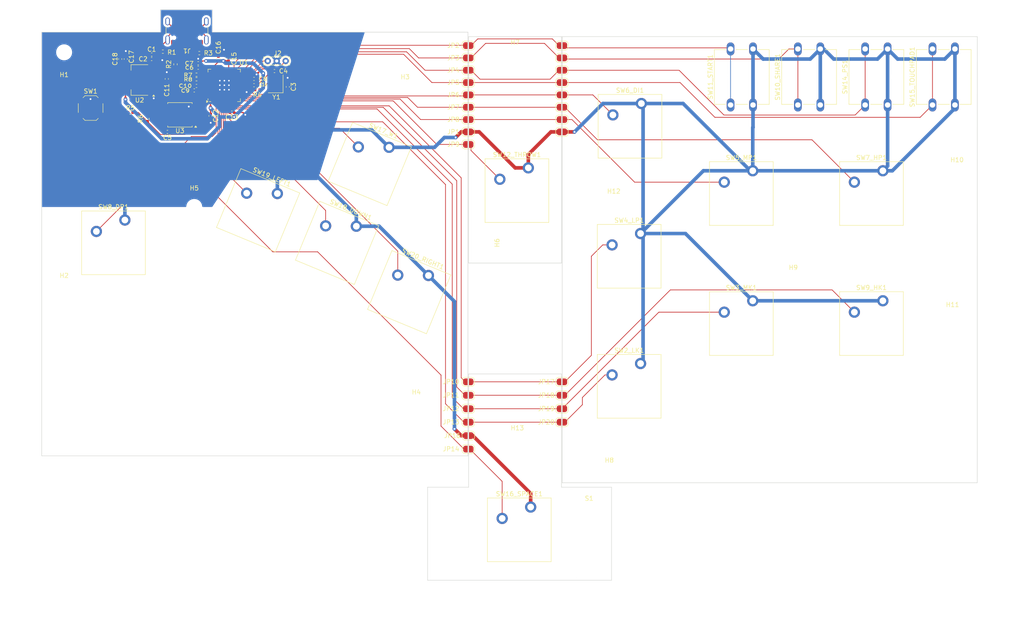
<source format=kicad_pcb>
(kicad_pcb (version 20240108) (generator "pcbnew") (generator_version "8.0")
  (layers (0 "F.Cu" signal) (31 "B.Cu" signal) (34 "B.Paste" user) (35 "F.Paste" user) (36 "B.SilkS" user "B.Silkscreen") (37 "F.SilkS" user "F.Silkscreen") (38 "B.Mask" user) (39 "F.Mask" user) (44 "Edge.Cuts" user))
  (net 0 "")
  (net 1 "VBUS")
  (net 2 "GND")
  (net 3 "+3.3V")
  (net 4 "Net-(C4-Pad2)")
  (net 5 "Net-(J1-SHIELD)")
  (net 6 "Net-(J1-CC2)")
  (net 7 "Net-(J1-CC1)")
  (net 14 "+1V1")
  (net 15 "Net-(R5-Pad1)")
  (net 16 "Net-(U1-USB_DM)")
  (net 17 "Net-(U1-USB_DP)")
  (net 18 "/Main/XIN")
  (net 19 "/Main/XOUT")
  (net 20 "/Main/QSPI_SS")
  (net 21 "/Main/D-")
  (net 22 "/Main/D+")
  (net 23 "/Main/SWCLK")
  (net 24 "/Main/SWDIO")
  (net 25 "/Main/QSPI_SD3")
  (net 26 "/Main/QSPI_SCLK")
  (net 27 "/Main/QSPI_SD0")
  (net 28 "/Main/QSPI_SD2")
  (net 29 "/Main/QSPI_SD1")
  (net 38 "/Buttons/L3")
  (net 39 "/Buttons/S2")
  (net 40 "/Buttons/S1")
  (net 41 "/Buttons/A1")
  (net 42 "/Buttons/A2")
  (net 43 "/Buttons/L1")
  (net 44 "/Buttons/R1")
  (net 45 "/Buttons/B4")
  (net 46 "/Buttons/B3")
  (net 47 "/Buttons/R2")
  (net 48 "/Buttons/B2")
  (net 49 "/Buttons/B1")
  (net 50 "/Buttons/SPACE")
  (net 51 "/Main/S2")
  (net 52 "/Main/S1")
  (net 53 "/Main/A1")
  (net 54 "/Main/A2")
  (net 55 "/Main/L1")
  (net 56 "/Main/R1")
  (net 57 "/Main/B4")
  (net 58 "/Main/L3")
  (net 59 "/Main/B3")
  (net 60 "/Main/R2")
  (net 61 "/Main/B2")
  (net 62 "/Main/B1")
  (net 63 "/Main/SPACE")
  (net 64 "DOWN")
  (net 65 "RIGHT")
  (net 66 "LEFT")
  (net 67 "L2")
  (net 68 "W")
  (net 69 "Net-(JP2-B)")
  (net 70 "Net-(JP22-A)")
  (net 71 "Net-(JP23-A)")
  (net 72 "Net-(JP24-A)")
  (net 73 "Net-(JP25-A)")
  (net 74 "Net-(JP26-A)")
  (net 75 "Net-(JP27-A)")
  (net 76 "Net-(JP10-B)")
  (net 77 "Net-(JP11-B)")
  (net 78 "Net-(JP12-B)")
  (net 79 "Net-(JP13-B)")
  (footprint "Fightstick_Library:EdgeSolderJumper-2_P1.3mm_Bridged_RoundedPad1.0x1.5mm" (layer "F.Cu") (at 139.07 103)
    (property "Reference" "JP10")
    (property "Value" "SolderJumper_2_Bridged")
  )
  (footprint "Capacitor_SMD:C_0402_1005Metric" (layer "F.Cu") (at 68.5 31)
    (property "Reference" "C2")
    (property "Value" "4.7u")
  )
  (footprint "PCM_Switch_Keyboard_Cherry_MX:SW_Cherry_MX_PCB" (layer "F.Cu") (at 228.933943 90)
    (property "Reference" "SW9_HK1")
    (property "Value" "SW_Push")
  )
  (footprint "" (layer "F.Cu") (at 83.7 36.84)
    (property "Reference" "")
    (property "Value" "")
  )
  (footprint "Crystal:Crystal_SMD_3225-4Pin_3.2x2.5mm" (layer "F.Cu") (at 96.146 36.53 90)
    (property "Reference" "Y1")
    (property "Value" "12 mhz crystal")
  )
  (footprint "MountingHole:MountingHole_3.2mm_M3" (layer "F.Cu") (at 166.5 60.5)
    (property "Reference" "H12")
    (property "Value" "MountingHole")
  )
  (footprint "Capacitor_SMD:C_0402_1005Metric" (layer "F.Cu") (at 78 38 180)
    (property "Reference" "C9")
    (property "Value" "100n")
  )
  (footprint "" (layer "F.Cu") (at 85.732 36.84)
    (property "Reference" "")
    (property "Value" "")
  )
  (footprint "Capacitor_SMD:C_0402_1005Metric" (layer "F.Cu") (at 78.88 31.93 180)
    (property "Reference" "C7")
    (property "Value" "1u")
  )
  (footprint "MountingHole:MountingHole_3.2mm_M3" (layer "F.Cu") (at 247 90)
    (property "Reference" "H11")
    (property "Value" "MountingHole")
  )
  (footprint "Button_Switch_THT:SW_SPST_Omron_B3F-40xx" (layer "F.Cu") (at 197.53 41.25 90)
    (property "Reference" "SW11_START1")
    (property "Value" "SW_Push")
  )
  (footprint "Capacitor_SMD:C_0402_1005Metric" (layer "F.Cu") (at 91.32 35.43)
    (property "Reference" "C8")
    (property "Value" "100n")
  )
  (footprint "Fightstick_Library:SW_TS-1187A-C-A-B" (layer "F.Cu") (at 54.905 41.93)
    (property "Reference" "SW1")
    (property "Value" "Memory Reset")
  )
  (footprint "MountingHole:MountingHole_3.2mm_M3" (layer "F.Cu") (at 150 72)
    (property "Reference" "H6")
    (property "Value" "MountingHole")
  )
  (footprint "Fightstick_Library:EdgeSolderJumper-2_P1.3mm_Bridged_RoundedPad1.0x1.5mm" (layer "F.Cu") (at 159.95 28)
    (property "Reference" "JP21" (hide yes))
    (property "Value" "SolderJumper_2_Bridged" (hide yes))
  )
  (footprint "" (layer "F.Cu") (at 85.732 35.824)
    (property "Reference" "")
    (property "Value" "")
  )
  (footprint "" (layer "F.Cu") (at 85.732 37.856)
    (property "Reference" "")
    (property "Value" "")
  )
  (footprint "Resistor_SMD:R_0402_1005Metric" (layer "F.Cu") (at 92.08 37.856 180)
    (property "Reference" "R4")
    (property "Value" "1K")
  )
  (footprint "Fightstick_Library:EdgeSolderJumper-2_P1.3mm_Bridged_RoundedPad1.0x1.5mm" (layer "F.Cu") (at 159.95 103)
    (property "Reference" "JP17")
    (property "Value" "SolderJumper_2_Bridged" (hide yes))
  )
  (footprint "Capacitor_SMD:C_0402_1005Metric" (layer "F.Cu") (at 61.5 31 90)
    (property "Reference" "C18")
    (property "Value" "4.7u")
  )
  (footprint "Capacitor_SMD:C_0402_1005Metric" (layer "F.Cu") (at 85.63 30.91 90)
    (property "Reference" "C15")
    (property "Value" "100n")
  )
  (footprint "Resistor_SMD:R_0402_1005Metric" (layer "F.Cu") (at 63.761 42.936)
    (property "Reference" "R5")
    (property "Value" "1K")
  )
  (footprint "Fightstick_Library:EdgeSolderJumper-2_P1.3mm_Bridged_RoundedPad1.0x1.5mm" (layer "F.Cu") (at 159.95 47.25)
    (property "Reference" "JP15" (hide yes))
    (property "Value" "SolderJumper_2_Bridged" (hide yes))
  )
  (footprint "Resistor_SMD:R_0402_1005Metric" (layer "F.Cu") (at 73.822 32.178 -90)
    (property "Reference" "R2")
    (property "Value" "5.1K")
  )
  (footprint "PCM_Switch_Keyboard_Cherry_MX:SW_Cherry_MX_PCB_1.00u" (layer "F.Cu") (at 125.903943 83 -22.5)
    (property "Reference" "SW20_RIGHT1")
    (property "Value" "SW_Push")
  )
  (footprint "PCM_Switch_Keyboard_Cherry_MX:SW_Cherry_MX_PCB_1.00u" (layer "F.Cu") (at 109.834772 72.014362 -22.5)
    (property "Reference" "SW18_DOWN1")
    (property "Value" "SW_Push")
  )
  (footprint "MountingHole:MountingHole_3.2mm_M3" (layer "F.Cu") (at 127.5 109.5)
    (property "Reference" "H4")
    (property "Value" "MountingHole")
  )
  (footprint "Package_TO_SOT_SMD:SOT-223-3_TabPin2" (layer "F.Cu") (at 65.822 35.678 180)
    (property "Reference" "U2")
    (property "Value" "AMS1117-3.3_SOT223")
  )
  (footprint "PCM_kikit:Board" (layer "F.Cu") (at 130 138)
    (property "Reference" "B4")
    (property "Value" "Board")
  )
  (footprint "Fightstick_Library:Debug_Points" (layer "F.Cu") (at 97.68 31.43 180)
    (property "Reference" "J2")
    (property "Value" "Conn_01x03_Socket")
  )
  (footprint "Fightstick_Library:EdgeSolderJumper-2_P1.3mm_Bridged_RoundedPad1.0x1.5mm" (layer "F.Cu") (at 159.95 41.75)
    (property "Reference" "JP26" (hide yes))
    (property "Value" "SolderJumper_2_Bridged" (hide yes))
  )
  (footprint "PCM_kikit:Board" (layer "F.Cu") (at 151.375 26)
    (property "Reference" "B3")
    (property "Value" "Board")
  )
  (footprint "PCM_Switch_Keyboard_Cherry_MX:SW_Cherry_MX_PCB_1.00u" (layer "F.Cu") (at 117.124891 54.414457 -22.5)
    (property "Reference" "SW17_W1")
    (property "Value" "SW_Push")
  )
  (footprint "Capacitor_SMD:C_0402_1005Metric" (layer "F.Cu") (at 83.38 30.93 90)
    (property "Reference" "C16")
    (property "Value" "100n")
  )
  (footprint "Fightstick_Library:EdgeSolderJumper-2_P1.3mm_Bridged_RoundedPad1.0x1.5mm" (layer "F.Cu") (at 159.95 36.25)
    (property "Reference" "JP24" (hide yes))
    (property "Value" "SolderJumper_2_Bridged" (hide yes))
  )
  (footprint "PCM_Switch_Keyboard_Cherry_MX:SW_Cherry_MX_PCB" (layer "F.Cu") (at 199.933943 90)
    (property "Reference" "SW3_MK1")
    (property "Value" "SW_Push")
  )
  (footprint "MountingHole:MountingHole_3.2mm_M3" (layer "F.Cu") (at 49 29.5)
    (property "Reference" "H1")
    (property "Value" "MountingHole")
  )
  (footprint "Capacitor_SMD:C_0402_1005Metric" (layer "F.Cu") (at 78.5 37 180)
    (property "Reference" "C10")
    (property "Value" "100n")
  )
  (footprint "Fightstick_Library:EdgeSolderJumper-2_P1.3mm_Bridged_RoundedPad1.0x1.5mm" (layer "F.Cu") (at 159.95 106)
    (property "Reference" "JP18")
    (property "Value" "SolderJumper_2_Bridged" (hide yes))
  )
  (footprint "Capacitor_SMD:C_0402_1005Metric" (layer "F.Cu") (at 62.745 30.998 90)
    (property "Reference" "C17")
    (property "Value" "4.7u")
  )
  (footprint "Capacitor_SMD:C_0402_1005Metric" (layer "F.Cu") (at 78.88 32.93 180)
    (property "Reference" "C6")
    (property "Value" "1u")
  )
  (footprint "Fightstick_Library:EdgeSolderJumper-2_P1.3mm_Bridged_RoundedPad1.0x1.5mm" (layer "F.Cu") (at 139.07 28)
    (property "Reference" "JP2")
    (property "Value" "SolderJumper_2_Bridged")
  )
  (footprint "Fightstick_Library:EdgeSolderJumper-2_P1.3mm_Bridged_RoundedPad1.0x1.5mm" (layer "F.Cu") (at 139.07 112)
    (property "Reference" "JP13")
    (property "Value" "SolderJumper_2_Bridged")
  )
  (footprint "MountingHole:MountingHole_3.2mm_M3" (layer "F.Cu") (at 211.5 73)
    (property "Reference" "H9")
    (property "Value" "MountingHole")
  )
  (footprint "Fightstick_Library:EdgeSolderJumper-2_P1.3mm_Bridged_RoundedPad1.0x1.5mm" (layer "F.Cu") (at 139.07 39)
    (property "Reference" "JP6")
    (property "Value" "SolderJumper_2_Bridged")
  )
  (footprint "Capacitor_SMD:C_0402_1005Metric" (layer "F.Cu") (at 81.63 43.68 -90)
    (property "Reference" "C12")
    (property "Value" "100n")
  )
  (footprint "MountingHole:MountingHole_3.2mm_M3" (layer "F.Cu") (at 49 83.5)
    (property "Reference" "H2")
    (property "Value" "MountingHole")
  )
  (footprint "Fightstick_Library:EdgeSolderJumper-2_P1.3mm_Bridged_RoundedPad1.0x1.5mm" (layer "F.Cu") (at 139.07 47.25)
    (property "Reference" "JP1")
    (property "Value" "SolderJumper_2_Bridged")
  )
  (footprint "PCM_Switch_Keyboard_Cherry_MX:SW_Cherry_MX_PCB" (layer "F.Cu") (at 174.933943 104)
    (property "Reference" "SW2_LK1")
    (property "Value" "SW_Push")
  )
  (footprint "PCM_Switch_Keyboard_Cherry_MX:SW_Cherry_MX_PCB" (layer "F.Cu") (at 60 71.991696)
    (property "Reference" "SW8_DP1")
    (property "Value" "SW_Push")
  )
  (footprint "Fightstick_Library:EdgeSolderJumper-2_P1.3mm_Bridged_RoundedPad1.0x1.5mm" (layer "F.Cu") (at 159.95 112)
    (property "Reference" "JP20")
    (property "Value" "SolderJumper_2_Bridged" (hide yes))
  )
  (footprint "Fightstick_Library:EdgeSolderJumper-2_P1.3mm_Bridged_RoundedPad1.0x1.5mm" (layer "F.Cu") (at 159.95 30.75)
    (property "Reference" "JP22" (hide yes))
    (property "Value" "SolderJumper_2_Bridged" (hide yes))
  )
  (footprint "PCM_Switch_Keyboard_Cherry_MX:SW_Cherry_MX_PCB" (layer "F.Cu") (at 149.915906 60.354124)
    (property "Reference" "SW12_THROW1")
    (property "Value" "SW_Push")
  )
  (footprint "Capacitor_SMD:C_0402_1005Metric" (layer "F.Cu") (at 98.852 37.208 -90)
    (property "Reference" "C3")
    (property "Value" "15p")
  )
  (footprint "" (layer "F.Cu") (at 84.716 37.856)
    (property "Reference" "")
    (property "Value" "")
  )
  (footprint "Fightstick_Library:EdgeSolderJumper-2_P1.3mm_Bridged_RoundedPad1.0x1.5mm" (layer "F.Cu") (at 139.07 106)
    (property "Reference" "JP11")
    (property "Value" "SolderJumper_2_Bridged")
  )
  (footprint "Resistor_SMD:R_0402_1005Metric" (layer "F.Cu") (at 78.5 34.5)
    (property "Reference" "R7")
    (property "Value" "27")
  )
  (footprint "" (layer "F.Cu") (at 84.716 35.824)
    (property "Reference" "")
    (property "Value" "")
  )
  (footprint "MountingHole:MountingHole_3.2mm_M3" (layer "F.Cu") (at 120.5 35)
    (property "Reference" "H3")
    (property "Value" "MountingHole")
  )
  (footprint "Resistor_SMD:R_0402_1005Metric_Pad0.72x0.64mm_HandSolder" (layer "F.Cu") (at 67.571 44.333 -90)
    (property "Reference" "R6")
    (property "Value" "DNF")
  )
  (footprint "" (layer "F.Cu") (at 84.716 36.84)
    (property "Reference" "")
    (property "Value" "")
  )
  (footprint "Fightstick_Library:EdgeSolderJumper-2_P1.3mm_Bridged_RoundedPad1.0x1.5mm" (layer "F.Cu") (at 139.07 30.75)
    (property "Reference" "JP3")
    (property "Value" "SolderJumper_2_Bridged")
  )
  (footprint "Capacitor_SMD:C_0402_1005Metric" (layer "F.Cu") (at 72.016 47.254)
    (property "Reference" "C5")
    (property "Value" "100n")
  )
  (footprint "MountingHole:MountingHole_3.2mm_M3" (layer "F.Cu") (at 175.5 120.5)
    (property "Reference" "H8")
    (property "Value" "MountingHole")
  )
  (footprint "Fightstick_Library:EdgeSolderJumper-2_P1.3mm_Bridged_RoundedPad1.0x1.5mm" (layer "F.Cu") (at 139.07 50.05)
    (property "Reference" "JP9")
    (property "Value" "SolderJumper_2_Bridged")
  )
  (footprint "Fightstick_Library:EdgeSolderJumper-2_P1.3mm_Bridged_RoundedPad1.0x1.5mm" (layer "F.Cu") (at 159.95 109)
    (property "Reference" "JP19")
    (property "Value" "SolderJumper_2_Bridged" (hide yes))
  )
  (footprint "Capacitor_SMD:C_0402_1005Metric" (layer "F.Cu") (at 86.38 42.93)
    (property "Reference" "C13")
    (property "Value" "100n")
  )
  (footprint "Package_DFN_QFN:QFN-56-1EP_7x7mm_P0.4mm_EP3.2x3.2mm" (layer "F.Cu") (at 84.678 36.878 90)
    (property "Reference" "U1")
    (property "Value" "RP2040")
  )
  (footprint "Fightstick_Library:USB_C_Receptacle_U262-161N-4BVC11" (layer "F.Cu") (at 76.38 23.68 180)
    (property "Reference" "J1")
    (property "Value" "USB_C_Receptacle_USB2.0_14P")
  )
  (footprint "Capacitor_SMD:C_0402_1005Metric" (layer "F.Cu") (at 91.32 36.84)
    (property "Reference" "C14")
    (property "Value" "100n")
  )
  (footprint "Fightstick_Library:EdgeSolderJumper-2_P1.3mm_Bridged_RoundedPad1.0x1.5mm" (layer "F.Cu") (at 159.95 33.5)
    (property "Reference" "JP23" (hide yes))
    (property "Value" "SolderJumper_2_Bridged" (hide yes))
  )
  (footprint "Fightstick_Library:EdgeSolderJumper-2_P1.3mm_Bridged_RoundedPad1.0x1.5mm" (layer "F.Cu") (at 139.09 118)
    (property "Reference" "JP14")
    (property "Value" "SolderJumper_2_Bridged")
  )
  (footprint "PCM_Switch_Keyboard_Cherry_MX:SW_Cherry_MX_PCB" (layer "F.Cu") (at 199.933943 61)
    (property "Reference" "SW5_MP1")
    (property "Value" "SW_Push")
  )
  (footprint "Capacitor_SMD:C_0402_1005Metric" (layer "F.Cu") (at 68.52 30)
    (property "Reference" "C1")
    (property "Value" "4.7u")
  )
  (footprint "PCM_Switch_Keyboard_Cherry_MX:SW_Cherry_MX_PCB" (layer "F.Cu") (at 175.114257 46.000561)
    (property "Reference" "SW6_DI1")
    (property "Value" "SW_Push")
  )
  (footprint "PCM_Mounting_Keyboard_Stabilizer:Stabilizer_Cherry_MX_2.00u" (layer "F.Cu") (at 150.44 136.01)
    (property "Reference" "S1")
    (property "Value" "~")
  )
  (footprint "Resistor_SMD:R_0402_1005Metric" (layer "F.Cu") (at 79.13 29.68)
    (property "Reference" "R3")
    (property "Value" "5.1K")
  )
  (footprint "Fightstick_Library:EdgeSolderJumper-2_P1.3mm_Bridged_RoundedPad1.0x1.5mm" (layer "F.Cu") (at 159.95 44.5)
    (property "Reference" "JP27" (hide yes))
    (property "Value" "SolderJumper_2_Bridged" (hide yes))
  )
  (footprint "PCM_Switch_Keyboard_Cherry_MX:SW_Cherry_MX_PCB_1.00u" (layer "F.Cu") (at 92.234867 64.724243 -22.5)
    (property "Reference" "SW19_LEFT1")
    (property "Value" "SW_Push")
  )
  (footprint "Resistor_SMD:R_0402_1005Metric" (layer "F.Cu") (at 78.5 35.5)
    (property "Reference" "R8")
    (property "Value" "27")
  )
  (footprint "PCM_Switch_Keyboard_Cherry_MX:SW_Cherry_MX_PCB" (layer "F.Cu") (at 174.933943 75)
    (property "Reference" "SW4_LP1")
    (property "Value" "SW_Push")
  )
  (footprint "Fightstick_Library:EdgeSolderJumper-2_P1.3mm_Bridged_RoundedPad1.0x1.5mm" (layer "F.Cu") (at 139.09 115)
    (property "Reference" "JP16")
    (property "Value" "SolderJumper_2_Bridged" (hide yes))
  )
  (footprint "MountingHole:MountingHole_3.2mm_M3" (layer "F.Cu") (at 248 49)
    (property "Reference" "H10")
    (property "Value" "MountingHole")
  )
  (footprint "Package_SO:SOIC-8_5.23x5.23mm_P1.27mm" (layer "F.Cu") (at 74.81 43.444 180)
    (property "Reference" "U3")
    (property "Value" "W25Q128JVSIQ")
  )
  (footprint "Fightstick_Library:EdgeSolderJumper-2_P1.3mm_Bridged_RoundedPad1.0x1.5mm" (layer "F.Cu") (at 159.95 39)
    (property "Reference" "JP25" (hide yes))
    (property "Value" "SolderJumper_2_Bridged" (hide yes))
  )
  (footprint "Fightstick_Library:EdgeSolderJumper-2_P1.3mm_Bridged_RoundedPad1.0x1.5mm" (layer "F.Cu") (at 139.07 33.5)
    (property "Reference" "JP4")
    (property "Value" "SolderJumper_2_Bridged")
  )
  (footprint "PCM_Switch_Keyboard_Cherry_MX:SW_Cherry_MX_PCB" (layer "F.Cu") (at 228.933943 61)
    (property "Reference" "SW7_HP1")
    (property "Value" "SW_Push")
  )
  (footprint "MountingHole:MountingHole_3.2mm_M3" (layer "F.Cu") (at 78 64)
    (property "Reference" "H5")
    (property "Value" "MountingHole")
  )
  (footprint "PCM_Switch_Keyboard_Cherry_MX:SW_Cherry_MX_PCB" (layer "F.Cu") (at 150.44 136.01)
    (property "Reference" "SW16_SPACE1")
    (property "Value" "SW_Push")
  )
  (footprint "MountingHole:MountingHole_3.2mm_M3" (layer "F.Cu") (at 149.5 31.5)
    (property "Reference" "H7")
    (property "Value" "MountingHole")
  )
  (footprint "Button_Switch_THT:SW_SPST_Omron_B3F-40xx" (layer "F.Cu") (at 212.53 41.25 90)
    (property "Reference" "SW10_SHARE1")
    (property "Value" "SW_Push")
  )
  (footprint "" (layer "F.Cu") (at 83.7 37.856)
    (property "Reference" "")
    (property "Value" "")
  )
  (footprint "MountingHole:MountingHole_3.2mm_M3" (layer "F.Cu") (at 150 117.5)
    (property "Reference" "H13")
    (property "Value" "MountingHole")
  )
  (footprint "Capacitor_SMD:C_0402_1005Metric" (layer "F.Cu") (at 71.88 35.43 90)
    (property "Reference" "C11")
    (property "Value" "100n")
  )
  (footprint "" (layer "F.Cu") (at 83.7 35.824)
    (property "Reference" "")
    (property "Value" "")
  )
  (footprint "PCM_kikit:Board" (layer "F.Cu") (at 170 26)
    (property "Reference" "B2")
    (property "Value" "Board")
  )
  (footprint "Fightstick_Library:EdgeSolderJumper-2_P1.3mm_Bridged_RoundedPad1.0x1.5mm" (layer "F.Cu") (at 139.07 36.25)
    (property "Reference" "JP5")
    (property "Value" "SolderJumper_2_Bridged")
  )
  (footprint "Capacitor_SMD:C_0402_1005Metric" (layer "F.Cu") (at 95.88 33.68 180)
    (property "Reference" "C4")
    (property "Value" "15p")
  )
  (footprint "Fightstick_Library:EdgeSolderJumper-2_P1.3mm_Bridged_RoundedPad1.0x1.5mm" (layer "F.Cu") (at 139.07 109)
    (property "Reference" "JP12")
    (property "Value" "SolderJumper_2_Bridged")
  )
  (footprint "Button_Switch_THT:SW_SPST_Omron_B3F-40xx" (layer "F.Cu") (at 242.53 41.25 90)
    (property "Reference" "SW15_TOUCHPAD1")
    (property "Value" "SW_Push")
  )
  (footprint "Resistor_SMD:R_0402_1005Metric" (layer "F.Cu") (at 71 29.347)
    (property "Reference" "R1")
    (property "Value" "1M")
  )
  (footprint "Fightstick_Library:EdgeSolderJumper-2_P1.3mm_Bridged_RoundedPad1.0x1.5mm" (layer "F.Cu") (at 139.07 44.5)
    (property "Reference" "JP8")
    (property "Value" "SolderJumper_2_Bridged")
  )
  (footprint "Button_Switch_THT:SW_SPST_Omron_B3F-40xx" (layer "F.Cu") (at 227.53 41.25 90)
    (property "Reference" "SW14_PS1")
    (property "Value" "SW_Push")
  )
  (footprint "Fightstick_Library:EdgeSolderJumper-2_P1.3mm_Bridged_RoundedPad1.0x1.5mm" (layer "F.Cu") (at 139.07 41.75)
    (property "Reference" "JP7")
    (property "Value" "SolderJumper_2_Bridged")
  )
  (footprint "PCM_kikit:Board" (layer "F.Cu") (at 44.25 25)
    (property "Reference" "B1")
    (property "Value" "Board")
  )
  (gr_line (start 252.53 26) (end 252.5 125.5) (stroke (width 0.1)) (layer "Edge.Cuts"))
  (gr_line (start 139 119.5) (end 44 119.5) (stroke (width 0.1)) (layer "Edge.Cuts"))
  (gr_line (start 252.5 125.5) (end 160 125.5) (stroke (width 0.1)) (layer "Edge.Cuts"))
  (gr_line (start 139 25) (end 139 119.5) (stroke (width 0.1)) (layer "Edge.Cuts"))
  (gr_line (start 160 26) (end 160 125.5) (stroke (width 0.1)) (layer "Edge.Cuts"))
  (gr_line (start 159.85 126.5) (end 171 126.5) (stroke (width 0.1)) (layer "Edge.Cuts"))
  (gr_line (start 130 147.25) (end 171 147.25) (stroke (width 0.1)) (layer "Edge.Cuts"))
  (gr_line (start 159.85 101.25) (end 159.85 126.5) (stroke (width 0.1)) (layer "Edge.Cuts"))
  (gr_line (start 159.85 101.25) (end 139.15 101.25) (stroke (width 0.1)) (layer "Edge.Cuts"))
  (gr_line (start 82 25) (end 82 20) (stroke (width 0.1)) (layer "Edge.Cuts"))
  (gr_line (start 82 20) (end 70.5 20) (stroke (width 0.1)) (layer "Edge.Cuts"))
  (gr_line (start 139.14 26) (end 159.86 26) (stroke (width 0.1)) (layer "Edge.Cuts"))
  (gr_line (start 139 25) (end 82 25) (stroke (width 0.1)) (layer "Edge.Cuts"))
  (gr_line (start 70.5 20) (end 70.5 25) (stroke (width 0.1)) (layer "Edge.Cuts"))
  (gr_line (start 171 147.25) (end 171 126.5) (stroke (width 0.1)) (layer "Edge.Cuts"))
  (gr_line (start 252.53 26) (end 160 26) (stroke (width 0.1)) (layer "Edge.Cuts"))
  (gr_line (start 130 126.5) (end 130 147.25) (stroke (width 0.1)) (layer "Edge.Cuts"))
  (gr_line (start 159.86 76.5) (end 139.14 76.5) (stroke (width 0.1)) (layer "Edge.Cuts"))
  (gr_line (start 159.86 26) (end 159.86 76.5) (stroke (width 0.1)) (layer "Edge.Cuts"))
  (gr_line (start 130 126.5) (end 139.15 126.5) (stroke (width 0.1)) (layer "Edge.Cuts"))
  (gr_line (start 139.15 101.25) (end 139.15 126.5) (stroke (width 0.1)) (layer "Edge.Cuts"))
  (gr_line (start 70.5 25) (end 44 25) (stroke (width 0.1)) (layer "Edge.Cuts"))
  (gr_line (start 44 25) (end 44 119.5) (stroke (width 0.1)) (layer "Edge.Cuts"))
  (gr_line (start 139.14 26) (end 139.14 76.5) (stroke (width 0.1)) (layer "Edge.Cuts"))
  (segment (start 73.98 26.86259) (end 73.98 27.315) (width 0.2) (layer "F.Cu") (net 1))
  (segment (start 68.02 31) (end 68.02 32.426) (width 0.2) (layer "F.Cu") (net 1))
  (segment (start 77.564999 25.53) (end 75.31259 25.53) (width 0.2) (layer "F.Cu") (net 1))
  (segment (start 69.302 33.048) (end 68.972 33.378) (width 0.2) (layer "F.Cu") (net 1))
  (segment (start 70.172 33.378) (end 73.98 29.57) (width 0.2) (layer "F.Cu") (net 1))
  (segment (start 78.78 26.745001) (end 77.564999 25.53) (width 0.2) (layer "F.Cu") (net 1))
  (segment (start 75.31259 25.53) (end 73.98 26.86259) (width 0.2) (layer "F.Cu") (net 1))
  (segment (start 68.04 30.98) (end 68.02 31) (width 0.2) (layer "F.Cu") (net 1))
  (segment (start 68.972 33.378) (end 70.172 33.378) (width 0.2) (layer "F.Cu") (net 1))
  (segment (start 68.04 30) (end 68.04 30.98) (width 0.2) (layer "F.Cu") (net 1))
  (segment (start 73.98 29.57) (end 73.98 27.4) (width 0.2) (layer "F.Cu") (net 1))
  (segment (start 78.78 27.315) (end 78.78 26.745001) (width 0.2) (layer "F.Cu") (net 1))
  (segment (start 68.02 32.426) (end 68.972 33.378) (width 0.2) (layer "F.Cu") (net 1))
  (segment (start 78.4 31.93) (end 78.4 31.41) (width 0.2) (layer "F.Cu") (net 2))
  (segment (start 152.98 127.91) (end 152.98 130.93) (width 0.8) (layer "F.Cu") (net 2))
  (segment (start 79.58 27.4) (end 79.58 29.37) (width 0.2) (layer "F.Cu") (net 2))
  (segment (start 91.8 36.84) (end 92.079999 36.84) (width 0.2) (layer "F.Cu") (net 2))
  (segment (start 152.455906 52.294094) (end 157.5 47.25) (width 0.8) (layer "F.Cu") (net 2))
  (segment (start 81.668 44.198) (end 81.63 44.16) (width 0.2) (layer "F.Cu") (net 2))
  (segment (start 95.296 37.63) (end 95.296 37.53) (width 0.2) (layer "F.Cu") (net 2))
  (segment (start 84.63 28.93) (end 83.38 30.18) (width 0.2) (layer "F.Cu") (net 2))
  (segment (start 68.968 39.761) (end 68.968 37.982) (width 0.2) (layer "F.Cu") (net 2))
  (segment (start 86.86 42.93) (end 88.88 42.93) (width 0.2) (layer "F.Cu") (net 2))
  (segment (start 95.296 37.53) (end 96.996 35.83) (width 0.2) (layer "F.Cu") (net 2))
  (segment (start 62.743 30.52) (end 62.745 30.518) (width 0.2) (layer "F.Cu") (net 2))
  (segment (start 91.8 34.51) (end 91.88 34.43) (width 0.2) (layer "F.Cu") (net 2))
  (segment (start 95.296 37.63) (end 95.296 37.73) (width 0.2) (layer "F.Cu") (net 2))
  (segment (start 71.88 33.93) (end 71.88 34.95) (width 0.2) (layer "F.Cu") (net 2))
  (segment (start 139.67 115) (end 140.07 115) (width 0.8) (layer "F.Cu") (net 2))
  (segment (start 69 30.98) (end 68.98 31) (width 0.2) (layer "F.Cu") (net 2))
  (segment (start 137.5 115) (end 136 113.5) (width 0.8) (layer "F.Cu") (net 2))
  (segment (start 78.02 37) (end 69.95 37) (width 0.2) (layer "F.Cu") (net 2))
  (segment (start 98.852 35.228) (end 98.813 35.189) (width 0.2) (layer "F.Cu") (net 2))
  (segment (start 68.968 37.982) (end 68.972 37.978) (width 0.2) (layer "F.Cu") (net 2))
  (segment (start 88.1155 37.878) (end 89.183 37.878) (width 0.2) (layer "F.Cu") (net 2))
  (segment (start 149.524124 55.274124) (end 141.5 47.25) (width 0.8) (layer "F.Cu") (net 2))
  (segment (start 70.621 31) (end 70.873 31.252) (width 0.2) (layer "F.Cu") (net 2))
  (segment (start 79.64 29.68) (end 79.64 30.17) (width 0.2) (layer "F.Cu") (net 2))
  (segment (start 162.75 47.25) (end 160.6 47.25) (width 0.8) (layer "F.Cu") (net 2))
  (segment (start 94.007975 33.188) (end 93.122 33.188) (width 0.2) (layer "F.Cu") (net 2))
  (segment (start 76.7785 41.6025) (end 76.842 41.539) (width 0.2) (layer "F.Cu") (net 2))
  (segment (start 85.63 30.43) (end 85.63 29.93) (width 0.2) (layer "F.Cu") (net 2))
  (segment (start 54.88 39.93) (end 55.005 40.055) (width 0.15) (layer "F.Cu") (net 2))
  (segment (start 137.5 47.25) (end 138.42 47.25) (width 0.8) (layer "F.Cu") (net 2))
  (segment (start 91.8 35.43) (end 91.8 34.51) (width 0.2) (layer "F.Cu") (net 2))
  (segment (start 136.25 48.5) (end 137.5 47.25) (width 0.8) (layer "F.Cu") (net 2))
  (segment (start 138.37 115) (end 137.5 115) (width 0.8) (layer "F.Cu") (net 2))
  (segment (start 97.304 33.68) (end 96.36 33.68) (width 0.2) (layer "F.Cu") (net 2))
  (segment (start 89.183 37.878) (end 89.669 38.364) (width 0.2) (layer "F.Cu") (net 2))
  (segment (start 77.52 38) (end 68.994 38) (width 0.2) (layer "F.Cu") (net 2))
  (segment (start 78.4 31.41) (end 78.88 30.93) (width 0.2) (layer "F.Cu") (net 2))
  (segment (start 62.905 30.678) (end 62.745 30.518) (width 0.2) (layer "F.Cu") (net 2))
  (segment (start 84.64 36.84) (end 84.678 36.878) (width 0.8) (layer "F.Cu") (net 2))
  (segment (start 71.51 30.615) (end 70.873 31.252) (width 0.2) (layer "F.Cu") (net 2))
  (segment (start 79.64 30.17) (end 78.88 30.93) (width 0.2) (layer "F.Cu") (net 2))
  (segment (start 92.079999 36.84) (end 94.38 34.539999) (width 0.2) (layer "F.Cu") (net 2))
  (segment (start 71.51 29.347) (end 71.51 30.615) (width 0.2) (layer "F.Cu") (net 2))
  (segment (start 69 30) (end 69 30.98) (width 0.2) (layer "F.Cu") (net 2))
  (segment (start 78.4 32.93) (end 78.4 31.93) (width 0.2) (layer "F.Cu") (net 2))
  (segment (start 71.88 33.93) (end 73.122 32.688) (width 0.2) (layer "F.Cu") (net 2))
  (segment (start 62.745 29.22) (end 62.745 30.518) (width 0.2) (layer "F.Cu") (net 2))
  (segment (start 97.237 35.189) (end 96.996 35.43) (width 0.2) (layer "F.Cu") (net 2))
  (segment (start 54.755 40.055) (end 54.88 39.93) (width 0.15) (layer "F.Cu") (net 2))
  (segment (start 157.5 47.25) (end 159.3 47.25) (width 0.8) (layer "F.Cu") (net 2))
  (segment (start 98.852 36.728) (end 98.852 35.228) (width 0.2) (layer "F.Cu") (net 2))
  (segment (start 88.88 42.93) (end 89.38 43.43) (width 0.2) (layer "F.Cu") (net 2))
  (segment (start 96.996 35.83) (end 96.996 35.43) (width 0.2) (layer "F.Cu") (net 2))
  (segment (start 81.668 45.222) (end 81.668 44.198) (width 0.2) (layer "F.Cu") (net 2))
  (segment (start 94.38 33.560025) (end 94.007975 33.188) (width 0.2) (layer "F.Cu") (net 2))
  (segment (start 83.38 30.18) (end 83.38 30.45) (width 0.2) (layer "F.Cu") (net 2))
  (segment (start 140.07 115) (end 152.98 127.91) (width 0.8) (layer "F.Cu") (net 2))
  (segment (start 152.455906 55.274124) (end 149.524124 55.274124) (width 0.8) (layer "F.Cu") (net 2))
  (segment (start 68.994 38) (end 68.972 37.978) (width 0.2) (layer "F.Cu") (net 2))
  (segment (start 51.905 40.055) (end 54.755 40.055) (width 0.15) (layer "F.Cu") (net 2))
  (segment (start 69.95 37) (end 68.972 37.978) (width 0.2) (layer "F.Cu") (net 2))
  (segment (start 73.18 28.945) (end 73.18 27.4) (width 0.2) (layer "F.Cu") (net 2))
  (segment (start 61.5 30.52) (end 62.743 30.52) (width 0.2) (layer "F.Cu") (net 2))
  (segment (start 68.98 31) (end 70.621 31) (width 0.2) (layer "F.Cu") (net 2))
  (segment (start 152.455906 55.274124) (end 152.455906 52.294094) (width 0.8) (layer "F.Cu") (net 2))
  (segment (start 98.813 35.189) (end 97.237 35.189) (width 0.2) (layer "F.Cu") (net 2))
  (segment (start 94.38 34.539999) (end 94.38 33.560025) (width 0.2) (layer "F.Cu") (net 2))
  (segment (start 55.005 40.055) (end 57.905 40.055) (width 0.15) (layer "F.Cu") (net 2))
  (segment (start 76.7785 41.6025) (end 72.496 45.885) (width 0.2) (layer "F.Cu") (net 2))
  (segment (start 93.122 33.188) (end 91.88 34.43) (width 0.2) (layer "F.Cu") (net 2))
  (segment (start 70.873 31.252) (end 73.18 28.945) (width 0.2) (layer "F.Cu") (net 2))
  (segment (start 84.716 36.84) (end 84.64 36.84) (width 0.8) (layer "F.Cu") (net 2))
  (segment (start 85.63 29.93) (end 84.63 28.93) (width 0.2) (layer "F.Cu") (net 2))
  (segment (start 72.496 45.885) (end 72.496 47.254) (width 0.2) (layer "F.Cu") (net 2))
  (segment (start 141.5 47.25) (end 139.72 47.25) (width 0.8) (layer "F.Cu") (net 2))
  (segment (start 76.842 41.539) (end 78.41 41.539) (width 0.2) (layer "F.Cu") (net 2))
  (segment (start 98.813 35.189) (end 97.304 33.68) (width 0.2) (layer "F.Cu") (net 2))
  (segment (start 79.58 29.37) (end 79.64 29.43) (width 0.2) (layer "F.Cu") (net 2))
  (segment (start 73.122 32.688) (end 73.822 32.688) (width 0.2) (layer "F.Cu") (net 2))
  (segment (start 84.716 36.916) (end 84.716 36.84) (width 0.8) (layer "F.Cu") (net 2))
  (via (at 89.38 43.43) (size 0.8) (drill 0.4) (layers "F.Cu" "B.Cu") (net 2))
  (via (at 84.63 28.93) (size 0.8) (drill 0.4) (layers "F.Cu" "B.Cu") (net 2))
  (via (at 76.7785 41.6025) (size 0.8) (drill 0.4) (layers "F.Cu" "B.Cu") (net 2))
  (via (at 71.88 33.93) (size 0.8) (drill 0.4) (layers "F.Cu" "B.Cu") (net 2))
  (via (at 81.668 45.222) (size 0.8) (drill 0.4) (layers "F.Cu" "B.Cu") (net 2))
  (via (at 136.25 48.5) (size 0.8) (drill 0.4) (layers "F.Cu" "B.Cu") (net 2))
  (via (at 70.873 31.252) (size 0.8) (drill 0.4) (layers "F.Cu" "B.Cu") (net 2))
  (via (at 89.669 38.364) (size 0.8) (drill 0.4) (layers "F.Cu" "B.Cu") (net 2))
  (via (at 91.88 34.43) (size 0.8) (drill 0.4) (layers "F.Cu" "B.Cu") (net 2))
  (via (at 62.745 29.22) (size 0.8) (drill 0.4) (layers "F.Cu" "B.Cu") (net 2))
  (via (at 136 113.5) (size 0.8) (drill 0.4) (layers "F.Cu" "B.Cu") (net 2))
  (via (at 162.75 47.25) (size 0.8) (drill 0.4) (layers "F.Cu" "B.Cu") (net 2))
  (via (at 54.88 39.93) (size 0.8) (drill 0.4) (layers "F.Cu" "B.Cu") (net 2))
  (via (at 78.88 30.93) (size 0.8) (drill 0.4) (layers "F.Cu" "B.Cu") (net 2))
  (via (at 68.968 39.761) (size 0.8) (drill 0.4) (layers "F.Cu" "B.Cu") (net 2))
  (via (at 98.813 35.189) (size 0.8) (drill 0.4) (layers "F.Cu" "B.Cu") (net 2))
  (segment (start 178.03 98.363943) (end 177.473943 98.92) (width 0.8) (layer "B.Cu") (net 2))
  (segment (start 245.28 31) (end 247.53 28.75) (width 0.8) (layer "B.Cu") (net 2))
  (segment (start 202.53 41.25) (end 202.53 46.25) (width 0.8) (layer "B.Cu") (net 2))
  (segment (start 247.53 41.97) (end 233.58 55.92) (width 0.8) (layer "B.Cu") (net 2))
  (segment (start 202.473943 84.92) (end 231.473943 84.92) (width 0.8) (layer "B.Cu") (net 2))
  (segment (start 202.53 46.25) (end 202.473943 46.306057) (width 0.8) (layer "B.Cu") (net 2))
  (segment (start 247.53 28.75) (end 247.53 41.97) (width 0.8) (layer "B.Cu") (net 2))
  (segment (start 230.28 31) (end 232.53 28.75) (width 0.8) (layer "B.Cu") (net 2))
  (segment (start 220.53 31) (end 230.28 31) (width 0.8) (layer "B.Cu") (net 2))
  (segment (start 131.556835 50.693165) (end 121.415577 50.693165) (width 0.8) (layer "B.Cu") (net 2))
  (segment (start 119.208991 68.29307) (end 114.125458 68.29307) (width 0.8) (layer "B.Cu") (net 2))
  (segment (start 178.03 69.363943) (end 178.03 41.296304) (width 0.8) (layer "B.Cu") (net 2))
  (segment (start 177.473943 69.92) (end 187.473943 69.92) (width 0.8) (layer "B.Cu") (net 2))
  (segment (start 202.53 28.75) (end 202.53 41.25) (width 0.8) (layer "B.Cu") (net 2))
  (segment (start 114.125458 68.29307) (end 114.125458 65.875458) (width 0.8) (layer "B.Cu") (net 2))
  (segment (start 136 113.5) (end 136 85.084079) (width 0.8) (layer "B.Cu") (net 2))
  (segment (start 233.58 55.92) (end 231.473943 55.92) (width 0.8) (layer "B.Cu") (net 2))
  (segment (start 178.03 41.296304) (end 177.654257 40.920561) (width 0.8) (layer "B.Cu") (net 2))
  (segment (start 217.53 28.75) (end 218.28 28.75) (width 0.8) (layer "B.Cu") (net 2))
  (segment (start 130.194629 79.278708) (end 119.208991 68.29307) (width 0.8) (layer "B.Cu") (net 2))
  (segment (start 62.54 66.911696) (end 62.54 63.21) (width 0.8) (layer "B.Cu") (net 2))
  (segment (start 133.75 48.5) (end 131.556835 50.693165) (width 0.8) (layer "B.Cu") (net 2))
  (segment (start 201.95 55.92) (end 202.473943 55.92) (width 0.8) (layer "B.Cu") (net 2))
  (segment (start 96.525553 54.224447) (end 96.75 54) (width 0.8) (layer "B.Cu") (net 2))
  (segment (start 204.78 31) (end 215.28 31) (width 0.8) (layer "B.Cu") (net 2))
  (segment (start 191.473943 55.92) (end 177.473943 69.92) (width 0.8) (layer "B.Cu") (net 2))
  (segment (start 177.654257 40.920561) (end 186.950561 40.920561) (width 0.8) (layer "B.Cu") (net 2))
  (segment (start 117.522412 46.8) (end 108.2 46.8) (width 0.8) (layer "B.Cu") (net 2))
  (segment (start 114.125458 65.875458) (end 102.25 54) (width 0.8) (layer "B.Cu") (net 2))
  (segment (start 177.473943 69.92) (end 178.03 70.476057) (width 0.8) (layer "B.Cu") (net 2))
  (segment (start 202.53 28.75) (end 204.78 31) (width 0.8) (layer "B.Cu") (net 2))
  (segment (start 136 85.084079) (end 130.194629 79.278708) (width 0.8) (layer "B.Cu") (net 2))
  (segment (start 62.54 63.21) (end 62.75 63) (width 0.8) (layer "B.Cu") (net 2))
  (segment (start 234.78 31) (end 245.28 31) (width 0.8) (layer "B.Cu") (net 2))
  (segment (start 169.079439 40.920561) (end 162.75 47.25) (width 0.8) (layer "B.Cu") (net 2))
  (segment (start 218.28 28.75) (end 220.53 31) (width 0.8) (layer "B.Cu") (net 2))
  (segment (start 231.473943 55.92) (end 232.53 54.863943) (width 0.8) (layer "B.Cu") (net 2))
  (segment (start 121.415577 50.693165) (end 117.522412 46.8) (width 0.8) (layer "B.Cu") (net 2))
  (segment (start 232.53 28.75) (end 234.78 31) (width 0.8) (layer "B.Cu") (net 2))
  (segment (start 187.473943 69.92) (end 202.473943 84.92) (width 0.8) (layer "B.Cu") (net 2))
  (segment (start 215.28 31) (end 217.53 28.75) (width 0.8) (layer "B.Cu") (net 2))
  (segment (start 178.03 70.476057) (end 178.03 98.363943) (width 0.8) (layer "B.Cu") (net 2))
  (segment (start 202.473943 55.92) (end 191.473943 55.92) (width 0.8) (layer "B.Cu") (net 2))
  (segment (start 177.473943 69.92) (end 178.03 69.363943) (width 0.8) (layer "B.Cu") (net 2))
  (segment (start 217.53 28.75) (end 217.53 41.25) (width 0.8) (layer "B.Cu") (net 2))
  (segment (start 177.654257 40.920561) (end 169.079439 40.920561) (width 0.8) (layer "B.Cu") (net 2))
  (segment (start 96.525553 61.002951) (end 96.525553 54.224447) (width 0.8) (layer "B.Cu") (net 2))
  (segment (start 136.25 48.5) (end 133.75 48.5) (width 0.8) (layer "B.Cu") (net 2))
  (segment (start 186.950561 40.920561) (end 201.95 55.92) (width 0.8) (layer "B.Cu") (net 2))
  (segment (start 232.53 54.863943) (end 232.53 28.75) (width 0.8) (layer "B.Cu") (net 2))
  (segment (start 202.473943 55.92) (end 231.473943 55.92) (width 0.8) (layer "B.Cu") (net 2))
  (segment (start 177.654257 40.920561) (end 177.633696 40.9) (width 0.8) (layer "B.Cu") (net 2))
  (segment (start 202.473943 55.92) (end 202.473943 46.306057) (width 0.8) (layer "B.Cu") (net 2))
  (segment (start 81.63 42.968) (end 81.862 43.2) (width 0.2) (layer "F.Cu") (net 3))
  (segment (start 84.52 31.39) (end 85.63 31.39) (width 0.2) (layer "F.Cu") (net 3))
  (segment (start 87.58164 35.078) (end 88.1155 35.078) (width 0.2) (layer "F.Cu") (net 3))
  (segment (start 91.5 36.18) (end 90.84 36.84) (width 0.2) (layer "F.Cu") (net 3))
  (segment (start 62.672 35.678) (end 68.972 35.678) (width 0.8) (layer "F.Cu") (net 3))
  (segment (start 69.09 35.796) (end 68.972 35.678) (width 0.2) (layer "F.Cu") (net 3))
  (segment (start 62.672 40.015) (end 62.672 35.678) (width 0.2) (layer "F.Cu") (net 3))
  (segment (start 61.5 31.48) (end 62.743 31.48) (width 0.2) (layer "F.Cu") (net 3))
  (segment (start 86.91164 34.408) (end 87.58164 35.078) (width 0.2) (layer "F.Cu") (net 3))
  (segment (start 62.564 35.57) (end 62.672 35.678) (width 0.2) (layer "F.Cu") (net 3))
  (segment (start 82.078 32.90664) (end 82.078 33.4405) (width 0.2) (layer "F.Cu") (net 3))
  (segment (start 84.48 31.43) (end 84.52 31.39) (width 0.2) (layer "F.Cu") (net 3))
  (segment (start 81.2405 36.678) (end 80 36.678) (width 0.2) (layer "F.Cu") (net 3))
  (segment (start 90.84 36.84) (end 90.678 36.678) (width 0.2) (layer "F.Cu") (net 3))
  (segment (start 80.63 31.43) (end 79.86 31.43) (width 0.2) (layer "F.Cu") (net 3))
  (segment (start 93.38 34.786134) (end 91.986134 36.18) (width 0.2) (layer "F.Cu") (net 3))
  (segment (start 67.571 43.7355) (end 69.1845 45.349) (width 0.2) (layer "F.Cu") (net 3))
  (segment (start 78.98 37) (end 78.98 36.98) (width 0.2) (layer "F.Cu") (net 3))
  (segment (start 62.743 31.48) (end 62.745 31.478) (width 0.2) (layer "F.Cu") (net 3))
  (segment (start 83.36 31.43) (end 83.36 31.62464) (width 0.2) (layer "F.Cu") (net 3))
  (segment (start 81.63 41.93) (end 81.63 42.968) (width 0.2) (layer "F.Cu") (net 3))
  (segment (start 81.2405 34.678) (end 81.2405 34.278) (width 0.2) (layer "F.Cu") (net 3))
  (segment (start 69.1845 45.349) (end 71.21 45.349) (width 0.2) (layer "F.Cu") (net 3))
  (segment (start 67.571 43.7355) (end 67.571 41.477) (width 0.2) (layer "F.Cu") (net 3))
  (segment (start 85.678 33.4405) (end 85.678 33.97436) (width 0.2) (layer "F.Cu") (net 3))
  (segment (start 69.204 35.91) (end 68.972 35.678) (width 0.3) (layer "F.Cu") (net 3))
  (segment (start 80.4 36.278) (end 80 36.678) (width 0.2) (layer "F.Cu") (net 3))
  (segment (start 69.33 35.678) (end 68.972 35.678) (width 0.2) (layer "F.Cu") (net 3))
  (segment (start 71.536 45.675) (end 71.536 47.254) (width 0.2) (layer "F.Cu") (net 3))
  (segment (start 72.22 36.25) (end 71.88 35.91) (width 0.2) (layer "F.Cu") (net 3))
  (segment (start 71.21 45.349) (end 71.536 45.675) (width 0.2) (layer "F.Cu") (net 3))
  (segment (start 80 36.678) (end 79.302 36.678) (width 0.2) (layer "F.Cu") (net 3))
  (segment (start 93.38 34.18) (end 93.38 34.786134) (width 0.2) (layer "F.Cu") (net 3))
  (segment (start 78.98 36.98) (end 78.25 36.25) (width 0.2) (layer "F.Cu") (net 3))
  (segment (start 81.2405 34.678) (end 81.2405 33.8105) (width 0.2) (layer "F.Cu") (net 3))
  (segment (start 79.86 31.43) (end 79.36 31.93) (width 0.2) (layer "F.Cu") (net 3))
  (segment (start 81.63 41.93) (end 81.63 40.7635) (width 0.2) (layer "F.Cu") (net 3))
  (segment (start 78.25 36.25) (end 72.22 36.25) (width 0.2) (layer "F.Cu") (net 3))
  (segment (start 79.302 36.678) (end 78.98 37) (width 0.2) (layer "F.Cu") (net 3))
  (segment (start 85.678 31.438) (end 85.678 33.4405) (width 0.2) (layer "F.Cu") (net 3))
  (segment (start 62.672 35.678) (end 62.672 31.551) (width 0.2) (layer "F.Cu") (net 3))
  (segment (start 86.11164 34.408) (end 86.91164 34.408) (width 0.2) (layer "F.Cu") (net 3))
  (segment (start 62.672 31.551) (end 62.745 31.478) (width 0.2) (layer "F.Cu") (net 3))
  (segment (start 86.88 43.91) (end 85.9 42.93) (width 0.2) (layer "F.Cu") (net 3))
  (segment (start 67.571 41.477) (end 62.672 36.578) (width 0.2) (layer "F.Cu") (net 3))
  (segment (start 86.88 43.93) (end 86.88 43.91) (width 0.2) (layer "F.Cu") (net 3))
  (segment (start 83.36 31.62464) (end 82.078 32.90664) (width 0.2) (layer "F.Cu") (net 3))
  (segment (start 85.678 42.026) (end 85.678 40.3155) (width 0.2) (layer "F.Cu") (net 3))
  (segment (start 91.986134 36.18) (end 91.5 36.18) (width 0.2) (layer "F.Cu") (net 3))
  (segment (start 85.678 33.97436) (end 86.11164 34.408) (width 0.2) (layer "F.Cu") (net 3))
  (segment (start 85.63 31.39) (end 85.678 31.438) (width 0.2) (layer "F.Cu") (net 3))
  (segment (start 71.88 35.91) (end 69.204 35.91) (width 0.3) (layer "F.Cu") (net 3))
  (segment (start 81.2405 33.8105) (end 79.36 31.93) (width 0.2) (layer "F.Cu") (net 3))
  (segment (start 85.9 42.93) (end 85.9 42.248) (width 0.2) (layer "F.Cu") (net 3))
  (segment (start 62.672 36.578) (end 62.672 35.678) (width 0.2) (layer "F.Cu") (net 3))
  (segment (start 81.63 40.7635) (end 82.078 40.3155) (width 0.2) (layer "F.Cu") (net 3))
  (segment (start 90.678 36.678) (end 88.1155 36.678) (width 0.2) (layer "F.Cu") (net 3))
  (segment (start 85.9 42.248) (end 85.678 42.026) (width 0.2) (layer "F.Cu") (net 3))
  (segment (start 81.2405 36.278) (end 80.4 36.278) (width 0.2) (layer "F.Cu") (net 3))
  (segment (start 84.48 31.43) (end 83.36 31.43) (width 0.2) (layer "F.Cu") (net 3))
  (via (at 62.672 40.015) (size 0.8) (drill 0.4) (layers "F.Cu" "B.Cu") (net 3))
  (via (at 84.48 31.43) (size 0.8) (drill 0.4) (layers "F.Cu" "B.Cu") (net 3))
  (via (at 81.63 41.93) (size 0.8) (drill 0.4) (layers "F.Cu" "B.Cu") (net 3))
  (via (at 93.38 34.18) (size 0.8) (drill 0.4) (layers "F.Cu" "B.Cu") (net 3))
  (via (at 80.63 31.43) (size 0.8) (drill 0.4) (layers "F.Cu" "B.Cu") (net 3))
  (via (at 86.88 43.93) (size 0.8) (drill 0.4) (layers "F.Cu" "B.Cu") (net 3))
  (segment (start 93.38 37.43) (end 86.88 43.93) (width 0.8) (layer "B.Cu") (net 3))
  (segment (start 93.38 34.18) (end 93.38 37.43) (width 0.8) (layer "B.Cu") (net 3))
  (segment (start 83.63 46.054) (end 83.63 43.93) (width 0.8) (layer "B.Cu") (net 3))
  (segment (start 84.98 31.93) (end 91.13 31.93) (width 0.8) (layer "B.Cu") (net 3))
  (segment (start 86.88 43.93) (end 83.63 43.93) (width 0.8) (layer "B.Cu") (net 3))
  (segment (start 91.13 31.93) (end 93.38 34.18) (width 0.8) (layer "B.Cu") (net 3))
  (segment (start 80.906 48.778) (end 83.63 46.054) (width 0.8) (layer "B.Cu") (net 3))
  (segment (start 62.672 40.704) (end 70.746 48.778) (width 0.8) (layer "B.Cu") (net 3))
  (segment (start 84.48 31.43) (end 80.63 31.43) (width 0.8) (layer "B.Cu") (net 3))
  (segment (start 83.63 43.93) (end 81.63 41.93) (width 0.8) (layer "B.Cu") (net 3))
  (segment (start 70.746 48.778) (end 80.906 48.778) (width 0.8) (layer "B.Cu") (net 3))
  (segment (start 84.48 31.43) (end 84.98 31.93) (width 0.8) (layer "B.Cu") (net 3))
  (segment (start 62.672 40.015) (end 62.672 40.704) (width 0.8) (layer "B.Cu") (net 3))
  (segment (start 92.87 37.856) (end 92.59 37.856) (width 0.15) (layer "F.Cu") (net 4))
  (segment (start 95.296 35.43) (end 92.87 37.856) (width 0.15) (layer "F.Cu") (net 4))
  (segment (start 95.4 35.326) (end 95.296 35.43) (width 0.15) (layer "F.Cu") (net 4))
  (segment (start 95.4 33.93) (end 95.4 35.326) (width 0.15) (layer "F.Cu") (net 4))
  (segment (start 80.7 26.28) (end 80.7 26.03) (width 0.2) (layer "F.Cu") (net 5))
  (segment (start 70.49 29.347) (end 70.49 28.265) (width 0.2) (layer "F.Cu") (net 5))
  (segment (start 72.06 22.83) (end 73.66 24.43) (width 0.2) (layer "F.Cu") (net 5))
  (segment (start 72.06 22.1) (end 72.06 22.83) (width 0.2) (layer "F.Cu") (net 5))
  (segment (start 79.1 24.43) (end 73.66 24.43) (width 0.2) (layer "F.Cu") (net 5))
  (segment (start 72.06 26.03) (end 72.06 26.28) (width 0.2) (layer "F.Cu") (net 5))
  (segment (start 80.7 22.1) (end 80.7 22.83) (width 0.2) (layer "F.Cu") (net 5))
  (segment (start 80.7 22.83) (end 79.1 24.43) (width 0.2) (layer "F.Cu") (net 5))
  (segment (start 70.49 28.265) (end 72.06 26.695) (width 0.2) (layer "F.Cu") (net 5))
  (segment (start 80.7 26.03) (end 79.1 24.43) (width 0.2) (layer "F.Cu") (net 5))
  (segment (start 73.66 24.43) (end 72.06 26.03) (width 0.2) (layer "F.Cu") (net 5))
  (segment (start 73.822 31.668) (end 74.63 30.86) (width 0.2) (layer "F.Cu") (net 6))
  (segment (start 74.63 30.86) (end 74.63 27.4) (width 0.2) (layer "F.Cu") (net 6))
  (segment (start 78.62 29.68) (end 78.62 29.17) (width 0.15) (layer "F.Cu") (net 7))
  (segment (start 78.62 29.17) (end 77.63 28.18) (width 0.15) (layer "F.Cu") (net 7))
  (segment (start 77.63 28.18) (end 77.63 27.4) (width 0.15) (layer "F.Cu") (net 7))
  (segment (start 78.916134 38) (end 78.48 38) (width 0.2) (layer "F.Cu") (net 14))
  (segment (start 81.77436 37.078) (end 81.2405 37.078) (width 0.2) (layer "F.Cu") (net 14))
  (segment (start 81.978 36.87436) (end 81.77436 37.078) (width 0.2) (layer "F.Cu") (net 14))
  (segment (start 81.2405 37.078) (end 79.838134 37.078) (width 0.2) (layer "F.Cu") (net 14))
  (segment (start 79.36 33.73136) (end 79.36 32.93) (width 0.2) (layer "F.Cu") (net 14))
  (segment (start 81.77436 35.078) (end 81.978 35.28164) (width 0.2) (layer "F.Cu") (net 14))
  (segment (start 81.2405 35.078) (end 81.77436 35.078) (width 0.2) (layer "F.Cu") (net 14))
  (segment (start 81.978 35.28164) (end 81.978 36.87436) (width 0.2) (layer "F.Cu") (net 14))
  (segment (start 87.45964 36.278) (end 88.1155 36.278) (width 0.2) (layer "F.Cu") (net 14))
  (segment (start 87.002 35.82036) (end 87.45964 36.278) (width 0.2) (layer "F.Cu") (net 14))
  (segment (start 86.682 34.808) (end 87.002 35.128) (width 0.2) (layer "F.Cu") (net 14))
  (segment (start 89.992 36.278) (end 90.84 35.43) (width 0.2) (layer "F.Cu") (net 14))
  (segment (start 79.838134 37.078) (end 78.916134 38) (width 0.2) (layer "F.Cu") (net 14))
  (segment (start 81.2405 35.078) (end 80.70664 35.078) (width 0.2) (layer "F.Cu") (net 14))
  (segment (start 82.43 34.808) (end 86.682 34.808) (width 0.2) (layer "F.Cu") (net 14))
  (segment (start 80.70664 35.078) (end 79.36 33.73136) (width 0.2) (layer "F.Cu") (net 14))
  (segment (start 82.16 35.078) (end 82.43 34.808) (width 0.2) (layer "F.Cu") (net 14))
  (segment (start 88.1155 36.278) (end 89.992 36.278) (width 0.2) (layer "F.Cu") (net 14))
  (segment (start 81.2405 35.078) (end 82.16 35.078) (width 0.2) (layer "F.Cu") (net 14))
  (segment (start 87.002 35.128) (end 87.002 35.82036) (width 0.2) (layer "F.Cu") (net 14))
  (segment (start 63.245 42.93) (end 63.251 42.936) (width 0.15) (layer "F.Cu") (net 15))
  (segment (start 57.905 43.805) (end 51.905 43.805) (width 0.15) (layer "F.Cu") (net 15))
  (segment (start 57.905 43.805) (end 62.382 43.805) (width 0.15) (layer "F.Cu") (net 15))
  (segment (start 62.382 43.805) (end 63.251 42.936) (width 0.15) (layer "F.Cu") (net 15))
  (segment (start 81.2405 35.478) (end 79.988 35.478) (width 0.2) (layer "F.Cu") (net 16))
  (segment (start 79.988 35.478) (end 79.01 34.5) (width 0.2) (layer "F.Cu") (net 16))
  (segment (start 81.2405 35.878) (end 79.388 35.878) (width 0.2) (layer "F.Cu") (net 17))
  (segment (start 79.388 35.878) (end 79.01 35.5) (width 0.2) (layer "F.Cu") (net 17))
  (segment (start 95.746 38.88) (end 91.339026 38.88) (width 0.15) (layer "F.Cu") (net 18))
  (segment (start 97.18 37.63) (end 97.238 37.688) (width 0.15) (layer "F.Cu") (net 18))
  (segment (start 89.937026 37.478) (end 88.1155 37.478) (width 0.15) (layer "F.Cu") (net 18))
  (segment (start 91.339026 38.88) (end 89.937026 37.478) (width 0.15) (layer "F.Cu") (net 18))
  (segment (start 97.238 37.688) (end 98.852 37.688) (width 0.15) (layer "F.Cu") (net 18))
  (segment (start 96.996 37.63) (end 95.746 38.88) (width 0.15) (layer "F.Cu") (net 18))
  (segment (start 96.996 37.63) (end 97.18 37.63) (width 0.15) (layer "F.Cu") (net 18))
  (segment (start 90.81 37.856) (end 90.032 37.078) (width 0.15) (layer "F.Cu") (net 19))
  (segment (start 90.032 37.078) (end 88.1155 37.078) (width 0.15) (layer "F.Cu") (net 19))
  (segment (start 91.57 37.856) (end 90.81 37.856) (width 0.15) (layer "F.Cu") (net 19))
  (segment (start 64.271 42.936) (end 65.5765 42.936) (width 0.15) (layer "F.Cu") (net 20))
  (segment (start 65.5765 42.936) (end 67.571 44.9305) (width 0.15) (layer "F.Cu") (net 20))
  (segment (start 70.4795 47.839) (end 75.92 47.839) (width 0.15) (layer "F.Cu") (net 20))
  (segment (start 78.41 45.349) (end 79.209999 45.349) (width 0.15) (layer "F.Cu") (net 20))
  (segment (start 80.652 40.0665) (end 81.2405 39.478) (width 0.15) (layer "F.Cu") (net 20))
  (segment (start 80.652 43.906999) (end 80.652 40.0665) (width 0.15) (layer "F.Cu") (net 20))
  (segment (start 79.209999 45.349) (end 80.652 43.906999) (width 0.15) (layer "F.Cu") (net 20))
  (segment (start 67.571 44.9305) (end 70.4795 47.839) (width 0.15) (layer "F.Cu") (net 20))
  (segment (start 75.92 47.839) (end 78.41 45.349) (width 0.15) (layer "F.Cu") (net 20))
  (segment (start 77.13 26.88) (end 77.13 28.78188) (width 0.2) (layer "F.Cu") (net 21))
  (segment (start 76.13 27.78188) (end 76.13 26.88) (width 0.2) (layer "F.Cu") (net 21))
  (segment (start 77.99 34.5) (end 76.99447 33.50447) (width 0.8) (layer "F.Cu") (net 21))
  (segment (start 76.99447 33.50447) (end 76.99447 28.78188) (width 0.8) (layer "F.Cu") (net 21))
  (segment (start 76.99447 28.78188) (end 76.13 27.91741) (width 0.2) (layer "F.Cu") (net 21))
  (segment (start 76.13 27.91741) (end 76.13 27.315) (width 0.2) (layer "F.Cu") (net 21))
  (segment (start 77.13 28.78188) (end 76.99447 28.78188) (width 0.2) (layer "F.Cu") (net 21))
  (segment (start 75.63 33.64) (end 75.63 28.68) (width 0.8) (layer "F.Cu") (net 22))
  (segment (start 77.99 35.51) (end 77.95 35.55) (width 0.8) (layer "F.Cu") (net 22))
  (segment (start 77.54 35.55) (end 75.63 33.64) (width 0.8) (layer "F.Cu") (net 22))
  (segment (start 76.63 26.25259) (end 76.30741 25.93) (width 0.2) (layer "F.Cu") (net 22))
  (segment (start 75.95259 25.93) (end 75.63 26.25259) (width 0.2) (layer "F.Cu") (net 22))
  (segment (start 75.63 26.25259) (end 75.63 28.68) (width 0.2) (layer "F.Cu") (net 22))
  (segment (start 77.95 35.55) (end 77.54 35.55) (width 0.8) (layer "F.Cu") (net 22))
  (segment (start 76.30741 25.93) (end 75.95259 25.93) (width 0.2) (layer "F.Cu") (net 22))
  (segment (start 77.99 35.5) (end 77.99 35.51) (width 0.8) (layer "F.Cu") (net 22))
  (segment (start 76.63 26.88) (end 76.63 26.25259) (width 0.2) (layer "F.Cu") (net 22))
  (segment (start 92.497 32.813) (end 89.432 35.878) (width 0.15) (layer "F.Cu") (net 23))
  (segment (start 96.997 32.813) (end 92.497 32.813) (width 0.15) (layer "F.Cu") (net 23))
  (segment (start 89.432 35.878) (end 88.1155 35.878) (width 0.15) (layer "F.Cu") (net 23))
  (segment (start 98.38 31.43) (end 96.997 32.813) (width 0.15) (layer "F.Cu") (net 23))
  (segment (start 88.1155 35.478) (end 89.337026 35.478) (width 0.15) (layer "F.Cu") (net 24))
  (segment (start 93.385026 31.43) (end 94.38 31.43) (width 0.15) (layer "F.Cu") (net 24))
  (segment (start 89.337026 35.478) (end 93.385026 31.43) (width 0.15) (layer "F.Cu") (net 24))
  (segment (start 77.818016 39.696) (end 71.065 39.696) (width 0.15) (layer "F.Cu") (net 25))
  (segment (start 81.2405 37.478) (end 80.036016 37.478) (width 0.15) (layer "F.Cu") (net 25))
  (segment (start 69.785 40.976) (end 69.785 42.864) (width 0.15) (layer "F.Cu") (net 25))
  (segment (start 69.785 42.864) (end 71 44.079) (width 0.15) (layer "F.Cu") (net 25))
  (segment (start 71 44.079) (end 71.21 44.079) (width 0.15) (layer "F.Cu") (net 25))
  (segment (start 71.065 39.696) (end 69.785 40.976) (width 0.15) (layer "F.Cu") (net 25))
  (segment (start 80.036016 37.478) (end 77.818016 39.696) (width 0.15) (layer "F.Cu") (net 25))
  (segment (start 78.075042 40.046) (end 71.223 40.046) (width 0.15) (layer "F.Cu") (net 26))
  (segment (start 70.410001 42.809) (end 71.21 42.809) (width 0.15) (layer "F.Cu") (net 26))
  (segment (start 80.243042 37.878) (end 78.075042 40.046) (width 0.15) (layer "F.Cu") (net 26))
  (segment (start 70.135 41.134) (end 70.135 42.533999) (width 0.15) (layer "F.Cu") (net 26))
  (segment (start 71.223 40.046) (end 70.135 41.134) (width 0.15) (layer "F.Cu") (net 26))
  (segment (start 70.135 42.533999) (end 70.410001 42.809) (width 0.15) (layer "F.Cu") (net 26))
  (segment (start 81.2405 37.878) (end 80.243042 37.878) (width 0.15) (layer "F.Cu") (net 26))
  (segment (start 80.338016 38.278) (end 81.2405 38.278) (width 0.15) (layer "F.Cu") (net 27))
  (segment (start 78.220016 40.396) (end 80.338016 38.278) (width 0.15) (layer "F.Cu") (net 27))
  (segment (start 71.21 41.539) (end 72.353 40.396) (width 0.15) (layer "F.Cu") (net 27))
  (segment (start 72.353 40.396) (end 78.220016 40.396) (width 0.15) (layer "F.Cu") (net 27))
  (segment (start 78.41 42.809) (end 79.209999 42.809) (width 0.15) (layer "F.Cu") (net 28))
  (segment (start 80.534 38.678) (end 81.2405 38.678) (width 0.15) (layer "F.Cu") (net 28))
  (segment (start 79.209999 42.809) (end 79.63 42.388999) (width 0.15) (layer "F.Cu") (net 28))
  (segment (start 79.63 42.388999) (end 79.63 39.582) (width 0.15) (layer "F.Cu") (net 28))
  (segment (start 79.63 39.582) (end 80.534 38.678) (width 0.15) (layer "F.Cu") (net 28))
  (segment (start 80.144 39.562974) (end 80.628974 39.078) (width 0.15) (layer "F.Cu") (net 29))
  (segment (start 79.209999 44.079) (end 80.144 43.144999) (width 0.15) (layer "F.Cu") (net 29))
  (segment (start 78.41 44.079) (end 79.209999 44.079) (width 0.15) (layer "F.Cu") (net 29))
  (segment (start 80.628974 39.078) (end 81.2405 39.078) (width 0.15) (layer "F.Cu") (net 29))
  (segment (start 80.144 43.144999) (end 80.144 39.562974) (width 0.15) (layer "F.Cu") (net 29))
  (segment (start 139.68 50.05) (end 139.68 51.388218) (width 0.15) (layer "F.Cu") (net 38))
  (segment (start 139.68 51.388218) (end 146.105906 57.814124) (width 0.15) (layer "F.Cu") (net 38))
  (segment (start 160.6 28) (end 161.1 28.5) (width 0.15) (layer "F.Cu") (net 39))
  (segment (start 197.28 28.5) (end 197.53 28.75) (width 0.15) (layer "F.Cu") (net 39))
  (segment (start 161.1 28.5) (end 197.28 28.5) (width 0.15) (layer "F.Cu") (net 39))
  (segment (start 197.53 28.75) (end 197.53 41.25) (width 0.15) (layer "B.Cu") (net 39))
  (segment (start 160.85 31) (end 208.28 31) (width 0.15) (layer "F.Cu") (net 40))
  (segment (start 160.6 30.75) (end 160.85 31) (width 0.15) (layer "F.Cu") (net 40))
  (segment (start 212.53 28.75) (end 212.53 41.25) (width 0.15) (layer "F.Cu") (net 40))
  (segment (start 208.28 31) (end 210.53 28.75) (width 0.15) (layer "F.Cu") (net 40))
  (segment (start 210.53 28.75) (end 212.53 28.75) (width 0.15) (layer "F.Cu") (net 40))
  (segment (start 186.059505 33.5) (end 196.059505 43.5) (width 0.15) (layer "F.Cu") (net 41))
  (segment (start 160.6 33.5) (end 186.059505 33.5) (width 0.15) (layer "F.Cu") (net 41))
  (segment (start 225.28 43.5) (end 227.53 41.25) (width 0.15) (layer "F.Cu") (net 41))
  (segment (start 227.53 28.75) (end 227.53 41.25) (width 0.15) (layer "F.Cu") (net 41))
  (segment (start 196.059505 43.5) (end 225.28 43.5) (width 0.15) (layer "F.Cu") (net 41))
  (segment (start 194.03 44) (end 239.78 44) (width 0.15) (layer "F.Cu") (net 42))
  (segment (start 242.53 28.75) (end 242.53 41.25) (width 0.15) (layer "F.Cu") (net 42))
  (segment (start 239.78 44) (end 242.53 41.25) (width 0.15) (layer "F.Cu") (net 42))
  (segment (start 186.28 36.25) (end 194.03 44) (width 0.15) (layer "F.Cu") (net 42))
  (segment (start 160.6 36.25) (end 186.28 36.25) (width 0.15) (layer "F.Cu") (net 42))
  (segment (start 170.841845 43.460561) (end 171.304257 43.460561) (width 0.2) (layer "F.Cu") (net 43))
  (segment (start 160.6 39) (end 166.843696 39) (width 0.15) (layer "F.Cu") (net 43))
  (segment (start 166.843696 39) (end 171.304257 43.460561) (width 0.15) (layer "F.Cu") (net 43))
  (segment (start 160.6 41.75) (end 167.85 49) (width 0.15) (layer "F.Cu") (net 44))
  (segment (start 215.663943 49) (end 225.123943 58.46) (width 0.15) (layer "F.Cu") (net 44))
  (segment (start 167.85 49) (end 215.663943 49) (width 0.15) (layer "F.Cu") (net 44))
  (segment (start 160.6 44.5) (end 162.177513 44.5) (width 0.15) (layer "F.Cu") (net 45))
  (segment (start 162.177513 44.5) (end 176.137513 58.46) (width 0.15) (layer "F.Cu") (net 45))
  (segment (start 176.137513 58.46) (end 196.123943 58.46) (width 0.15) (layer "F.Cu") (net 45))
  (segment (start 166.5 97.1) (end 166.5 75) (width 0.15) (layer "F.Cu") (net 46))
  (segment (start 166.5 75) (end 169.04 72.46) (width 0.15) (layer "F.Cu") (net 46))
  (segment (start 169.04 72.46) (end 171.123943 72.46) (width 0.15) (layer "F.Cu") (net 46))
  (segment (start 160.6 103) (end 166.5 97.1) (width 0.15) (layer "F.Cu") (net 46))
  (segment (start 160.6 106) (end 184.1 82.5) (width 0.15) (layer "F.Cu") (net 47))
  (segment (start 184.1 82.5) (end 220.163943 82.5) (width 0.15) (layer "F.Cu") (net 47))
  (segment (start 220.163943 82.5) (end 225.123943 87.46) (width 0.15) (layer "F.Cu") (net 47))
  (segment (start 181.54 87.46) (end 196.123943 87.46) (width 0.15) (layer "F.Cu") (net 48))
  (segment (start 160.6 109) (end 160.6 108.4) (width 0.15) (layer "F.Cu") (net 48))
  (segment (start 160.6 108.4) (end 181.54 87.46) (width 0.15) (layer "F.Cu") (net 48))
  (segment (start 169.54 101.46) (end 171.123943 101.46) (width 0.15) (layer "F.Cu") (net 49))
  (segment (start 164.5 108.1) (end 164.5 106.5) (width 0.15) (layer "F.Cu") (net 49))
  (segment (start 164.5 106.5) (end 169.54 101.46) (width 0.15) (layer "F.Cu") (net 49))
  (segment (start 160.6 112) (end 164.5 108.1) (width 0.15) (layer "F.Cu") (net 49))
  (segment (start 146.63 125.21) (end 139.67 118.25) (width 0.15) (layer "F.Cu") (net 50))
  (segment (start 146.63 133.47) (end 146.63 125.21) (width 0.15) (layer "F.Cu") (net 50))
  (segment (start 139.67 118.25) (end 139.67 118) (width 0.15) (layer "F.Cu") (net 50))
  (segment (start 138.32 27.93) (end 138.39 28) (width 0.15) (layer "F.Cu") (net 51))
  (segment (start 86.878 31.932) (end 90.88 27.93) (width 0.15) (layer "F.Cu") (net 51))
  (segment (start 90.88 27.93) (end 138.32 27.93) (width 0.15) (layer "F.Cu") (net 51))
  (segment (start 86.878 33.4405) (end 86.878 31.932) (width 0.15) (layer "F.Cu") (net 51))
  (segment (start 128 30.75) (end 138.39 30.75) (width 0.15) (layer "F.Cu") (net 52))
  (segment (start 87.278 33.4405) (end 92.0385 28.68) (width 0.15) (layer "F.Cu") (net 52))
  (segment (start 125.93 28.68) (end 128 30.75) (width 0.15) (layer "F.Cu") (net 52))
  (segment (start 92.0385 28.68) (end 125.93 28.68) (width 0.15) (layer "F.Cu") (net 52))
  (segment (start 129.4375 33.5) (end 138.39 33.5) (width 0.15) (layer "F.Cu") (net 53))
  (segment (start 88.1155 34.278) (end 93.0135 29.38) (width 0.15) (layer "F.Cu") (net 53))
  (segment (start 125.3175 29.38) (end 129.4375 33.5) (width 0.15) (layer "F.Cu") (net 53))
  (segment (start 93.0135 29.38) (end 125.3175 29.38) (width 0.15) (layer "F.Cu") (net 53))
  (segment (start 88.614006 34.678) (end 93.362006 29.93) (width 0.15) (layer "F.Cu") (net 54))
  (segment (start 124.651263 29.93) (end 130.971263 36.25) (width 0.15) (layer "F.Cu") (net 54))
  (segment (start 93.362006 29.93) (end 124.651263 29.93) (width 0.15) (layer "F.Cu") (net 54))
  (segment (start 130.971263 36.25) (end 138.39 36.25) (width 0.15) (layer "F.Cu") (net 54))
  (segment (start 88.1155 34.678) (end 88.614006 34.678) (width 0.15) (layer "F.Cu") (net 54))
  (segment (start 138.42 39) (end 138.19 39.23) (width 0.15) (layer "F.Cu") (net 55))
  (segment (start 138.19 39.23) (end 89.392 39.23) (width 0.15) (layer "F.Cu") (net 55))
  (segment (start 88.84 38.678) (end 88.1155 38.678) (width 0.15) (layer "F.Cu") (net 55))
  (segment (start 89.392 39.23) (end 88.84 38.678) (width 0.15) (layer "F.Cu") (net 55))
  (segment (start 125.58 39.58) (end 89.116006 39.58) (width 0.15) (layer "F.Cu") (net 56))
  (segment (start 88.614006 39.078) (end 88.1155 39.078) (width 0.15) (layer "F.Cu") (net 56))
  (segment (start 138.42 41.75) (end 127.75 41.75) (width 0.15) (layer "F.Cu") (net 56))
  (segment (start 127.75 41.75) (end 125.58 39.58) (width 0.15) (layer "F.Cu") (net 56))
  (segment (start 89.116006 39.58) (end 88.614006 39.078) (width 0.15) (layer "F.Cu") (net 56))
  (segment (start 123.88 39.93) (end 88.5675 39.93) (width 0.15) (layer "F.Cu") (net 57))
  (segment (start 138.42 44.5) (end 128.45 44.5) (width 0.15) (layer "F.Cu") (net 57))
  (segment (start 128.45 44.5) (end 123.88 39.93) (width 0.15) (layer "F.Cu") (net 57))
  (segment (start 88.5675 39.93) (end 88.1155 39.478) (width 0.15) (layer "F.Cu") (net 57))
  (segment (start 138.42 50.05) (end 132.05 50.05) (width 0.15) (layer "F.Cu") (net 58))
  (segment (start 132.05 50.05) (end 122.3155 40.3155) (width 0.15) (layer "F.Cu") (net 58))
  (segment (start 122.3155 40.3155) (end 87.278 40.3155) (width 0.15) (layer "F.Cu") (net 58))
  (segment (start 137.5 102.08) (end 137.5 57.5) (width 0.15) (layer "F.Cu") (net 59))
  (segment (start 86.878 40.814006) (end 86.878 40.3155) (width 0.15) (layer "F.Cu") (net 59))
  (segment (start 138.42 103) (end 137.5 102.08) (width 0.15) (layer "F.Cu") (net 59))
  (segment (start 121.43 41.43) (end 87.493994 41.43) (width 0.15) (layer "F.Cu") (net 59))
  (segment (start 137.5 57.5) (end 121.43 41.43) (width 0.15) (layer "F.Cu") (net 59))
  (segment (start 87.493994 41.43) (end 86.878 40.814006) (width 0.15) (layer "F.Cu") (net 59))
  (segment (start 138.35 106) (end 136.5 104.15) (width 0.15) (layer "F.Cu") (net 60))
  (segment (start 86.478 41.171003) (end 86.478 40.3155) (width 0.15) (layer "F.Cu") (net 60))
  (segment (start 136.5 104.15) (end 136.5 58.15) (width 0.15) (layer "F.Cu") (net 60))
  (segment (start 87.086997 41.78) (end 86.478 41.171003) (width 0.15) (layer "F.Cu") (net 60))
  (segment (start 136.5 58.15) (end 120.13 41.78) (width 0.15) (layer "F.Cu") (net 60))
  (segment (start 120.13 41.78) (end 87.086997 41.78) (width 0.15) (layer "F.Cu") (net 60))
  (segment (start 138.35 109) (end 138 109) (width 0.15) (layer "F.Cu") (net 61))
  (segment (start 135.5 58.9) (end 118.73 42.13) (width 0.15) (layer "F.Cu") (net 61))
  (segment (start 86.078 41.628) (end 86.078 40.3155) (width 0.15) (layer "F.Cu") (net 61))
  (segment (start 135.5 106.5) (end 135.5 58.9) (width 0.15) (layer "F.Cu") (net 61))
  (segment (start 138 109) (end 135.5 106.5) (width 0.15) (layer "F.Cu") (net 61))
  (segment (start 118.73 42.13) (end 86.58 42.13) (width 0.15) (layer "F.Cu") (net 61))
  (segment (start 86.58 42.13) (end 86.078 41.628) (width 0.15) (layer "F.Cu") (net 61))
  (segment (start 138.35 112) (end 138.1 112) (width 0.15) (layer "F.Cu") (net 62))
  (segment (start 86.45 45) (end 85.278 43.828) (width 0.15) (layer "F.Cu") (net 62))
  (segment (start 134 107.9) (end 134 59) (width 0.15) (layer "F.Cu") (net 62))
  (segment (start 120 45) (end 86.45 45) (width 0.15) (layer "F.Cu") (net 62))
  (segment (start 138.1 112) (end 134 107.9) (width 0.15) (layer "F.Cu") (net 62))
  (segment (start 134 59) (end 120 45) (width 0.15) (layer "F.Cu") (net 62))
  (segment (start 85.278 43.828) (end 85.278 40.3155) (width 0.15) (layer "F.Cu") (net 62))
  (segment (start 95.5 74) (end 83.278 61.778) (width 0.15) (layer "F.Cu") (net 63))
  (segment (start 83.278 61.778) (end 83.278 40.3155) (width 0.15) (layer "F.Cu") (net 63))
  (segment (start 138.37 118) (end 138.12 118) (width 0.15) (layer "F.Cu") (net 63))
  (segment (start 133 112.88) (end 133 101.5) (width 0.15) (layer "F.Cu") (net 63))
  (segment (start 133 101.5) (end 105.5 74) (width 0.15) (layer "F.Cu") (net 63))
  (segment (start 138.12 118) (end 133 112.88) (width 0.15) (layer "F.Cu") (net 63))
  (segment (start 105.5 74) (end 95.5 74) (width 0.15) (layer "F.Cu") (net 63))
  (segment (start 107.286807 64.786807) (end 92.128 49.628) (width 0.15) (layer "F.Cu") (net 64))
  (segment (start 86.69675 49.628) (end 84.078 47.00925) (width 0.15) (layer "F.Cu") (net 64))
  (segment (start 92.128 49.628) (end 86.69675 49.628) (width 0.15) (layer "F.Cu") (net 64))
  (segment (start 107.286807 68.209684) (end 107.286807 64.786807) (width 0.15) (layer "F.Cu") (net 64))
  (segment (start 84.078 47.00925) (end 84.078 40.3155) (width 0.15) (layer "F.Cu") (net 64))
  (segment (start 123.355978 79.195322) (end 123.355978 73.855978) (width 0.15) (layer "F.Cu") (net 65))
  (segment (start 97.43 47.93) (end 85.88 47.93) (width 0.15) (layer "F.Cu") (net 65))
  (segment (start 84.478 46.528) (end 84.478 40.3155) (width 0.15) (layer "F.Cu") (net 65))
  (segment (start 123.355978 73.855978) (end 97.43 47.93) (width 0.15) (layer "F.Cu") (net 65))
  (segment (start 85.88 47.93) (end 84.478 46.528) (width 0.15) (layer "F.Cu") (net 65))
  (segment (start 83.678 54.910663) (end 89.686902 60.919565) (width 0.15) (layer "F.Cu") (net 66))
  (segment (start 83.678 40.3155) (end 83.678 54.910663) (width 0.15) (layer "F.Cu") (net 66))
  (segment (start 82.04 48.27) (end 82.878 47.432) (width 0.15) (layer "F.Cu") (net 67))
  (segment (start 77.371696 48.27) (end 82.04 48.27) (width 0.15) (layer "F.Cu") (net 67))
  (segment (start 56.19 69.451696) (end 77.371696 48.27) (width 0.15) (layer "F.Cu") (net 67))
  (segment (start 82.878 47.432) (end 82.878 40.3155) (width 0.15) (layer "F.Cu") (net 67))
  (segment (start 86.49875 46.43) (end 84.878 44.80925) (width 0.15) (layer "F.Cu") (net 68))
  (segment (start 84.878 44.80925) (end 84.878 40.3155) (width 0.15) (layer "F.Cu") (net 68))
  (segment (start 110.397147 46.43) (end 86.49875 46.43) (width 0.15) (layer "F.Cu") (net 68))
  (segment (start 114.576926 50.609779) (end 110.397147 46.43) (width 0.15) (layer "F.Cu") (net 68))
  (segment (start 139.69 28) (end 141.19 26.5) (width 0.15) (layer "F.Cu") (net 69))
  (segment (start 141.19 26.5) (end 157.8 26.5) (width 0.15) (layer "F.Cu") (net 69))
  (segment (start 157.8 26.5) (end 159.3 28) (width 0.15) (layer "F.Cu") (net 69))
  (segment (start 159.3 30.75) (end 156.05 27.5) (width 0.15) (layer "F.Cu") (net 70))
  (segment (start 142.94 27.5) (end 139.69 30.75) (width 0.15) (layer "F.Cu") (net 70))
  (segment (start 156.05 27.5) (end 142.94 27.5) (width 0.15) (layer "F.Cu") (net 70))
  (segment (start 157.3 35.5) (end 141.69 35.5) (width 0.15) (layer "F.Cu") (net 71))
  (segment (start 141.69 35.5) (end 139.69 33.5) (width 0.15) (layer "F.Cu") (net 71))
  (segment (start 159.3 33.5) (end 157.3 35.5) (width 0.15) (layer "F.Cu") (net 71))
  (segment (start 159.3 36.25) (end 139.69 36.25) (width 0.15) (layer "F.Cu") (net 72))
  (segment (start 159.3 39) (end 139.72 39) (width 0.15) (layer "F.Cu") (net 73))
  (segment (start 139.72 41.75) (end 159.3 41.75) (width 0.15) (layer "F.Cu") (net 74))
  (segment (start 159.3 44.5) (end 139.72 44.5) (width 0.15) (layer "F.Cu") (net 75))
  (segment (start 159.3 103) (end 139.65 103) (width 0.15) (layer "F.Cu") (net 76))
  (segment (start 139.65 106) (end 159.3 106) (width 0.15) (layer "F.Cu") (net 77))
  (segment (start 159.3 109) (end 139.65 109) (width 0.15) (layer "F.Cu") (net 78))
  (segment (start 139.65 112) (end 159.3 112) (width 0.15) (layer "F.Cu") (net 79))
  (zone (net 2) (net_name "GND") (layer "B.Cu") (connect_pads (clearance 0.5)) (min_thickness 0.25) (fill yes (thermal_gap 0.5) (thermal_bridge_width 0.5))
    (polygon (pts (xy 70.5 20) (xy 70.5 25) (xy 44 25) (xy 44 64) (xy 82 64) (xy 86 58) (xy 105.5 58) (xy 116 25) (xy 82 25) (xy 82 20)))
  )
)
</source>
